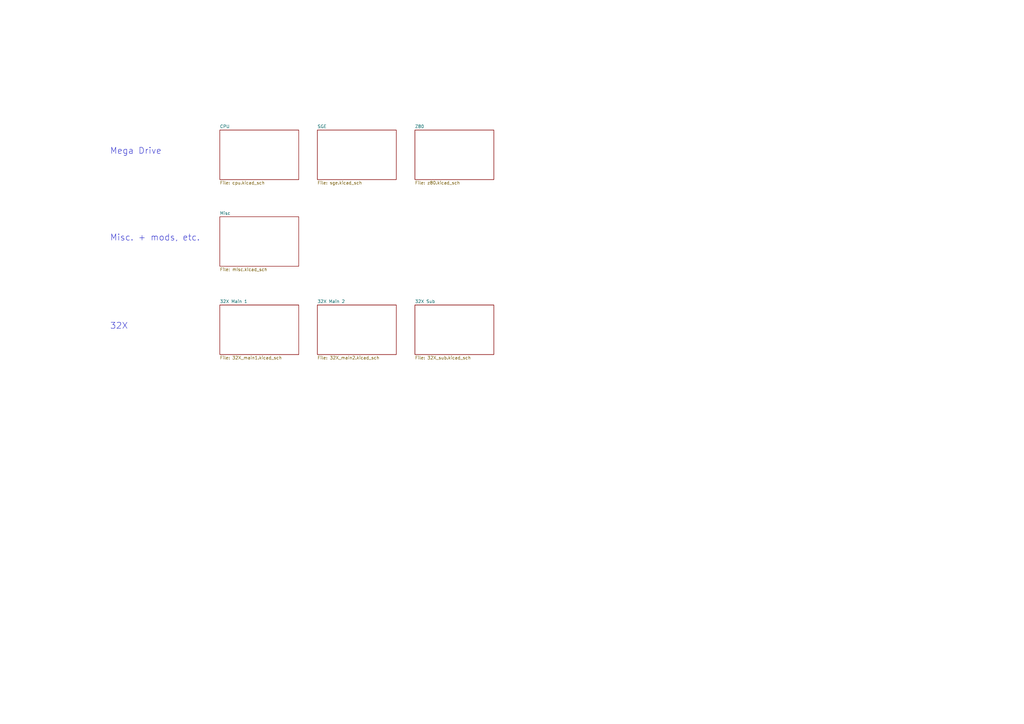
<source format=kicad_sch>
(kicad_sch (version 20230121) (generator eeschema)
  (paper "A3")
  (title_block (date "2023-11-29") (rev "1.2a") (company "By Cosam") (comment 1 "Neptune"))
  (lib_symbols)
  (text "32X\n" (at 45.085 135.255 0) (effects (font (size 2.54 2.54)) (justify left bottom)))
  (text "Misc. + mods, etc." (at 45.085 99.06 0) (effects (font (size 2.54 2.54)) (justify left bottom)))
  (text "Mega Drive" (at 45.085 63.5 0) (effects (font (size 2.54 2.54)) (justify left bottom)))
  (sheet (at 90.17 88.9) (size 32.385 20.32) (stroke (width 0.1524))
    (property "Sheetname" "Misc" (at 90.17 88.1884 0) (effects (justify left bottom)))
    (property "Sheetfile" "misc.kicad_sch" (at 90.17 109.8046 0) (effects (justify left top)))
  )
  (sheet (at 130.175 53.34) (size 32.385 20.32) (stroke (width 0.1524))
    (property "Sheetname" "SGE" (at 130.175 52.6284 0) (effects (justify left bottom)))
    (property "Sheetfile" "sge.kicad_sch" (at 130.175 74.2446 0) (effects (justify left top)))
  )
  (sheet (at 170.18 53.34) (size 32.385 20.32) (stroke (width 0.1524))
    (property "Sheetname" "Z80" (at 170.18 52.6284 0) (effects (justify left bottom)))
    (property "Sheetfile" "z80.kicad_sch" (at 170.18 74.2446 0) (effects (justify left top)))
  )
  (sheet (at 90.17 53.34) (size 32.385 20.32) (stroke (width 0.1524))
    (property "Sheetname" "CPU" (at 90.17 52.6284 0) (effects (justify left bottom)))
    (property "Sheetfile" "cpu.kicad_sch" (at 90.17 74.2446 0) (effects (justify left top)))
  )
  (sheet (at 90.17 125.095) (size 32.385 20.32) (stroke (width 0.1524))
    (property "Sheetname" "32X Main 1" (at 90.17 124.3834 0) (effects (justify left bottom)))
    (property "Sheetfile" "32X_main1.kicad_sch" (at 90.17 145.9996 0) (effects (justify left top)))
  )
  (sheet (at 130.175 125.095) (size 32.385 20.32) (stroke (width 0.1524))
    (property "Sheetname" "32X Main 2" (at 130.175 124.3834 0) (effects (justify left bottom)))
    (property "Sheetfile" "32X_main2.kicad_sch" (at 130.175 145.9996 0) (effects (justify left top)))
  )
  (sheet (at 170.18 125.095) (size 32.385 20.32) (stroke (width 0.1524))
    (property "Sheetname" "32X Sub" (at 170.18 124.3834 0) (effects (justify left bottom)))
    (property "Sheetfile" "32X_sub.kicad_sch" (at 170.18 145.9996 0) (effects (justify left top)))
  )
)
</source>
